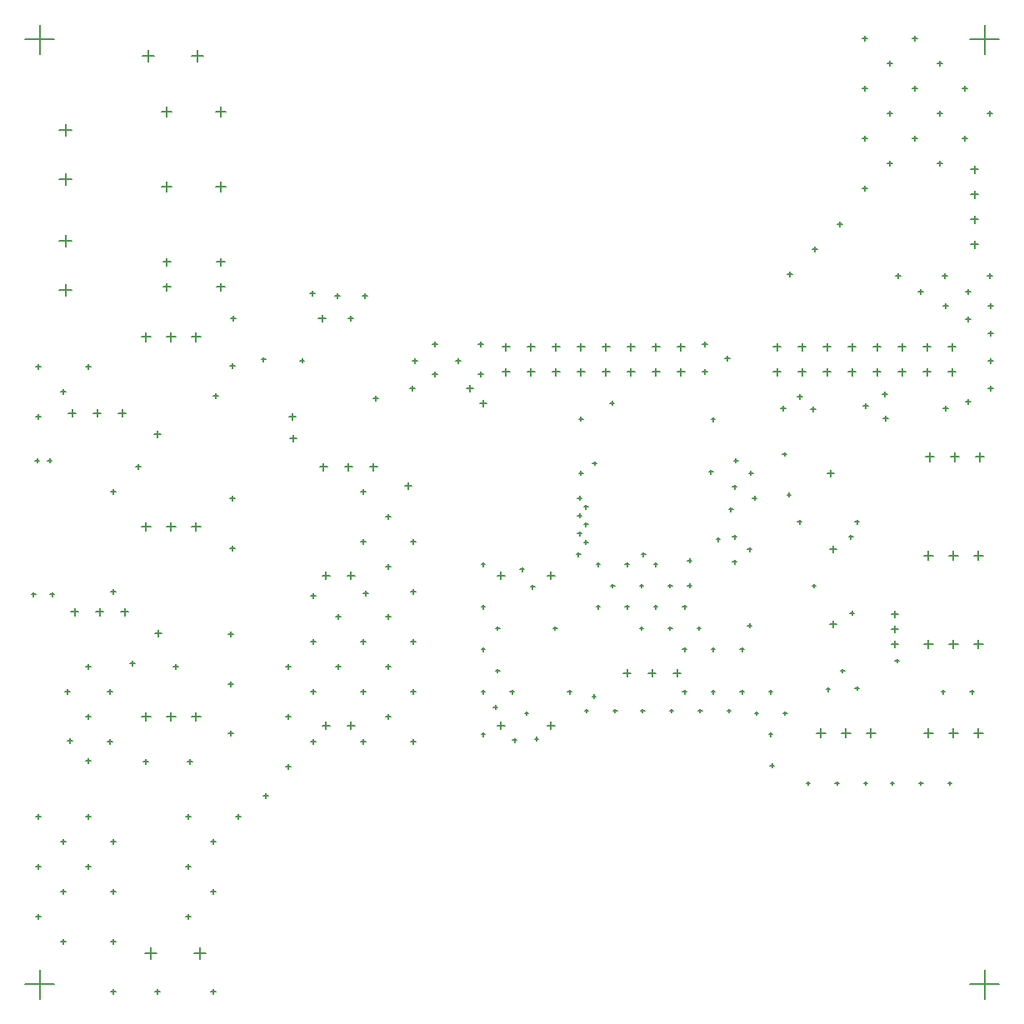
<source format=gbr>
G04 Layer_Color=128*
%FSLAX26Y26*%
%MOIN*%
%TF.FileFunction,Drillmap*%
%TF.Part,Single*%
G01*
G75*
%TA.AperFunction,NonConductor*%
%ADD48C,0.005000*%
D48*
X-59055Y0D02*
X59055D01*
X0Y-59055D02*
Y59055D01*
X3720471Y0D02*
X3838581D01*
X3779526Y-59055D02*
Y59055D01*
X3720471Y3779528D02*
X3838581D01*
X3779526Y3720473D02*
Y3838583D01*
X-59055Y3779528D02*
X59055D01*
X0Y3720473D02*
Y3838583D01*
X420825Y125000D02*
X468069D01*
X444447Y101378D02*
Y148622D01*
X617675Y125000D02*
X664919D01*
X641297Y101378D02*
Y148622D01*
X606931Y3715000D02*
X654175D01*
X630553Y3691378D02*
Y3738622D01*
X410081Y3715000D02*
X457325D01*
X433703Y3691378D02*
Y3738622D01*
X79043Y3221575D02*
X126287D01*
X102665Y3197953D02*
Y3245197D01*
X79043Y3418425D02*
X126287D01*
X102665Y3394803D02*
Y3442047D01*
X79043Y2776575D02*
X126287D01*
X102665Y2752953D02*
Y2800197D01*
X79043Y2973425D02*
X126287D01*
X102665Y2949803D02*
Y2997047D01*
X607285Y2590000D02*
X642718D01*
X625002Y2572284D02*
Y2607716D01*
X507285Y2590000D02*
X542718D01*
X525002Y2572284D02*
Y2607716D01*
X407285Y2590000D02*
X442718D01*
X425002Y2572284D02*
Y2607716D01*
X607285Y1830500D02*
X642718D01*
X625002Y1812784D02*
Y1848216D01*
X507285Y1830500D02*
X542718D01*
X525002Y1812784D02*
Y1848216D01*
X407285Y1830500D02*
X442718D01*
X425002Y1812784D02*
Y1848216D01*
X607285Y1071000D02*
X642718D01*
X625002Y1053284D02*
Y1088716D01*
X507285Y1071000D02*
X542718D01*
X525002Y1053284D02*
Y1088716D01*
X407285Y1071000D02*
X442718D01*
X425002Y1053284D02*
Y1088716D01*
X3743285Y2110000D02*
X3778718D01*
X3761001Y2092284D02*
Y2127716D01*
X3643285Y2110000D02*
X3678718D01*
X3661001Y2092284D02*
Y2127716D01*
X3543285Y2110000D02*
X3578718D01*
X3561001Y2092284D02*
Y2127716D01*
X3537279Y1715000D02*
X3572712D01*
X3554996Y1697284D02*
Y1732716D01*
X3637279Y1715000D02*
X3672712D01*
X3654996Y1697284D02*
Y1732716D01*
X3737279Y1715000D02*
X3772712D01*
X3754996Y1697284D02*
Y1732716D01*
X3307285Y1005000D02*
X3342718D01*
X3325001Y987283D02*
Y1022716D01*
X3207285Y1005000D02*
X3242718D01*
X3225001Y987283D02*
Y1022716D01*
X3107285Y1005000D02*
X3142718D01*
X3125001Y987283D02*
Y1022716D01*
X3737282Y1005000D02*
X3772715D01*
X3754999Y987284D02*
Y1022716D01*
X3637282Y1005000D02*
X3672715D01*
X3654999Y987284D02*
Y1022716D01*
X3537282Y1005000D02*
X3572715D01*
X3554999Y987284D02*
Y1022716D01*
X3737282Y1360413D02*
X3772715D01*
X3754999Y1342696D02*
Y1378129D01*
X3637282Y1360413D02*
X3672715D01*
X3654999Y1342696D02*
Y1378129D01*
X3537282Y1360413D02*
X3572715D01*
X3554999Y1342696D02*
Y1378129D01*
X2050000Y2550000D02*
X2080000D01*
X2065000Y2535000D02*
Y2565000D01*
X1950000Y2550000D02*
X1980000D01*
X1965000Y2535000D02*
Y2565000D01*
X2550000Y2550000D02*
X2580000D01*
X2565000Y2535000D02*
Y2565000D01*
X2450000Y2550000D02*
X2480000D01*
X2465000Y2535000D02*
Y2565000D01*
X2350000Y2550000D02*
X2380000D01*
X2365000Y2535000D02*
Y2565000D01*
X2250000Y2550000D02*
X2280000D01*
X2265000Y2535000D02*
Y2565000D01*
X2150000Y2550000D02*
X2180000D01*
X2165000Y2535000D02*
Y2565000D01*
X1850000Y2550000D02*
X1880000D01*
X1865000Y2535000D02*
Y2565000D01*
X2050000Y2450000D02*
X2080000D01*
X2065000Y2435000D02*
Y2465000D01*
X1950000Y2450000D02*
X1980000D01*
X1965000Y2435000D02*
Y2465000D01*
X2550000Y2450000D02*
X2580000D01*
X2565000Y2435000D02*
Y2465000D01*
X2450000Y2450000D02*
X2480000D01*
X2465000Y2435000D02*
Y2465000D01*
X2350000Y2450000D02*
X2380000D01*
X2365000Y2435000D02*
Y2465000D01*
X2250000Y2450000D02*
X2280000D01*
X2265000Y2435000D02*
Y2465000D01*
X2150000Y2450000D02*
X2180000D01*
X2165000Y2435000D02*
Y2465000D01*
X1850000Y2450000D02*
X1880000D01*
X1865000Y2435000D02*
Y2465000D01*
X3135000Y2450000D02*
X3165000D01*
X3150000Y2435000D02*
Y2465000D01*
X3035000Y2450000D02*
X3065000D01*
X3050000Y2435000D02*
Y2465000D01*
X3635000Y2450000D02*
X3665000D01*
X3650000Y2435000D02*
Y2465000D01*
X3535000Y2450000D02*
X3565000D01*
X3550000Y2435000D02*
Y2465000D01*
X3435000Y2450000D02*
X3465000D01*
X3450000Y2435000D02*
Y2465000D01*
X3335000Y2450000D02*
X3365000D01*
X3350000Y2435000D02*
Y2465000D01*
X3235000Y2450000D02*
X3265000D01*
X3250000Y2435000D02*
Y2465000D01*
X2935000Y2450000D02*
X2965000D01*
X2950000Y2435000D02*
Y2465000D01*
X3725000Y2960000D02*
X3755000D01*
X3740000Y2945000D02*
Y2975000D01*
X3725000Y3060000D02*
X3755000D01*
X3740000Y3045000D02*
Y3075000D01*
X3725000Y3160000D02*
X3755000D01*
X3740000Y3145000D02*
Y3175000D01*
X3725000Y3260000D02*
X3755000D01*
X3740000Y3245000D02*
Y3275000D01*
X3135000Y2550000D02*
X3165000D01*
X3150000Y2535000D02*
Y2565000D01*
X3035000Y2550000D02*
X3065000D01*
X3050000Y2535000D02*
Y2565000D01*
X3635000Y2550000D02*
X3665000D01*
X3650000Y2535000D02*
Y2565000D01*
X3535000Y2550000D02*
X3565000D01*
X3550000Y2535000D02*
Y2565000D01*
X3435000Y2550000D02*
X3465000D01*
X3450000Y2535000D02*
Y2565000D01*
X3335000Y2550000D02*
X3365000D01*
X3350000Y2535000D02*
Y2565000D01*
X3235000Y2550000D02*
X3265000D01*
X3250000Y2535000D02*
Y2565000D01*
X2935000Y2550000D02*
X2965000D01*
X2950000Y2535000D02*
Y2565000D01*
X1229252Y1635000D02*
X1260748D01*
X1245000Y1619252D02*
Y1650748D01*
X1829252Y1635000D02*
X1860748D01*
X1845000Y1619252D02*
Y1650748D01*
X2029252Y1635000D02*
X2060748D01*
X2045000Y1619252D02*
Y1650748D01*
X1129252Y1635000D02*
X1160748D01*
X1145000Y1619252D02*
Y1650748D01*
X2029252Y1035000D02*
X2060748D01*
X2045000Y1019252D02*
Y1050748D01*
X1829252Y1035000D02*
X1860748D01*
X1845000Y1019252D02*
Y1050748D01*
X1229252Y1035000D02*
X1260748D01*
X1245000Y1019252D02*
Y1050748D01*
X1129252Y1035000D02*
X1160748D01*
X1145000Y1019252D02*
Y1050748D01*
X115000Y2285000D02*
X145000D01*
X130000Y2270000D02*
Y2300000D01*
X215000Y2285000D02*
X245000D01*
X230000Y2270000D02*
Y2300000D01*
X315000Y2285000D02*
X345000D01*
X330000Y2270000D02*
Y2300000D01*
X2335000Y1245000D02*
X2365000D01*
X2350000Y1230000D02*
Y1260000D01*
X2435000Y1245000D02*
X2465000D01*
X2450000Y1230000D02*
Y1260000D01*
X2535000Y1245000D02*
X2565000D01*
X2550000Y1230000D02*
Y1260000D01*
X124843Y1490000D02*
X154843D01*
X139843Y1475000D02*
Y1505000D01*
X224843Y1490000D02*
X254843D01*
X239843Y1475000D02*
Y1505000D01*
X324842Y1490000D02*
X354842D01*
X339842Y1475000D02*
Y1505000D01*
X1120000Y2070000D02*
X1150000D01*
X1135000Y2055000D02*
Y2085000D01*
X1220000Y2070000D02*
X1250000D01*
X1235000Y2055000D02*
Y2085000D01*
X1320000Y2070000D02*
X1350000D01*
X1335000Y2055000D02*
Y2085000D01*
X493039Y2790000D02*
X524535D01*
X508787Y2774252D02*
Y2805748D01*
X493039Y2890000D02*
X524535D01*
X508787Y2874252D02*
Y2905748D01*
X489102Y3190000D02*
X528472D01*
X508787Y3170315D02*
Y3209685D01*
X489102Y3490000D02*
X528472D01*
X508787Y3470315D02*
Y3509685D01*
X708039Y2790000D02*
X739535D01*
X723787Y2774252D02*
Y2805748D01*
X708039Y2890000D02*
X739535D01*
X723787Y2874252D02*
Y2905748D01*
X704102Y3190000D02*
X743472D01*
X723787Y3170315D02*
Y3209685D01*
X704102Y3490000D02*
X743472D01*
X723787Y3470315D02*
Y3509685D01*
X1041811Y2495000D02*
X1057559D01*
X1049685Y2487126D02*
Y2502874D01*
X886811Y2500000D02*
X902559D01*
X894685Y2492126D02*
Y2507874D01*
X42126Y1560000D02*
X57874D01*
X50000Y1552126D02*
Y1567874D01*
X-32874Y1560000D02*
X-17126D01*
X-25000Y1552126D02*
Y1567874D01*
X32126Y2095000D02*
X47874D01*
X40000Y2087126D02*
Y2102874D01*
X-17874Y2095000D02*
X-2126D01*
X-10000Y2087126D02*
Y2102874D01*
X996000Y2270000D02*
X1024000D01*
X1010000Y2256000D02*
Y2284000D01*
X1115685Y2665000D02*
X1143685D01*
X1129685Y2651000D02*
Y2679000D01*
X456000Y2199882D02*
X484000D01*
X470000Y2185882D02*
Y2213882D01*
X461000Y1405000D02*
X489000D01*
X475000Y1391000D02*
Y1419000D01*
X3406000Y1360000D02*
X3434000D01*
X3420000Y1346000D02*
Y1374000D01*
X3406000Y1480000D02*
X3434000D01*
X3420000Y1466000D02*
Y1494000D01*
X3151000Y2045000D02*
X3179000D01*
X3165000Y2031000D02*
Y2059000D01*
X3161000Y1740000D02*
X3189000D01*
X3175000Y1726000D02*
Y1754000D01*
X3237126Y1790000D02*
X3252874D01*
X3245000Y1782126D02*
Y1797874D01*
X3242126Y1485000D02*
X3257874D01*
X3250000Y1477126D02*
Y1492874D01*
X3161000Y1440000D02*
X3189000D01*
X3175000Y1426000D02*
Y1454000D01*
X2152126Y1945000D02*
X2167874D01*
X2160000Y1937126D02*
Y1952874D01*
X2152126Y1875000D02*
X2167874D01*
X2160000Y1867126D02*
Y1882874D01*
X2177126Y1910000D02*
X2192874D01*
X2185000Y1902126D02*
Y1917874D01*
X2177126Y1840000D02*
X2192874D01*
X2185000Y1832126D02*
Y1847874D01*
X2152126Y1803579D02*
X2167874D01*
X2160000Y1795705D02*
Y1811453D01*
X2177126Y1768224D02*
X2192874D01*
X2185000Y1760350D02*
Y1776098D01*
X2852126Y1945000D02*
X2867874D01*
X2860000Y1937126D02*
Y1952874D01*
X2757126Y1899645D02*
X2772874D01*
X2765000Y1891771D02*
Y1907519D01*
X2772126Y1990000D02*
X2787874D01*
X2780000Y1982126D02*
Y1997874D01*
X2777126Y2095000D02*
X2792874D01*
X2785000Y2087126D02*
Y2102874D01*
X2772126Y1790000D02*
X2787874D01*
X2780000Y1782126D02*
Y1797874D01*
X2772126Y1690000D02*
X2787874D01*
X2780000Y1682126D02*
Y1697874D01*
X2592126Y1695000D02*
X2607874D01*
X2600000Y1687126D02*
Y1702874D01*
X2592126Y1595000D02*
X2607874D01*
X2600000Y1587126D02*
Y1602874D01*
X2832126Y1435000D02*
X2847874D01*
X2840000Y1427126D02*
Y1442874D01*
X2832126Y1740000D02*
X2847874D01*
X2840000Y1732126D02*
Y1747874D01*
X2837126Y2045000D02*
X2852874D01*
X2845000Y2037126D02*
Y2052874D01*
X2922126Y875000D02*
X2937874D01*
X2930000Y867126D02*
Y882874D01*
X2157126Y2045000D02*
X2172874D01*
X2165000Y2037126D02*
Y2052874D01*
X2677126Y2050000D02*
X2692874D01*
X2685000Y2042126D02*
Y2057874D01*
X2407126Y1720000D02*
X2422874D01*
X2415000Y1712126D02*
Y1727874D01*
X2147126Y1720000D02*
X2162874D01*
X2155000Y1712126D02*
Y1727874D01*
X2282126Y2325000D02*
X2297874D01*
X2290000Y2317126D02*
Y2332874D01*
X2157126Y2261535D02*
X2172874D01*
X2165000Y2253661D02*
Y2269409D01*
X1706000Y2385000D02*
X1734000D01*
X1720000Y2371000D02*
Y2399000D01*
X1761000Y2325000D02*
X1789000D01*
X1775000Y2311000D02*
Y2339000D01*
X1001000Y2185000D02*
X1029000D01*
X1015000Y2171000D02*
Y2199000D01*
X1461000Y1995000D02*
X1489000D01*
X1475000Y1981000D02*
Y2009000D01*
X3290000Y3585000D02*
X3310000D01*
X3300000Y3575000D02*
Y3595000D01*
X3390000Y3485000D02*
X3410000D01*
X3400000Y3475000D02*
Y3495000D01*
X3490000Y3585000D02*
X3510000D01*
X3500000Y3575000D02*
Y3595000D01*
X3590000Y3485000D02*
X3610000D01*
X3600000Y3475000D02*
Y3495000D01*
X3390000Y3685000D02*
X3410000D01*
X3400000Y3675000D02*
Y3695000D01*
X3590000Y3685000D02*
X3610000D01*
X3600000Y3675000D02*
Y3695000D01*
X3490000Y3785000D02*
X3510000D01*
X3500000Y3775000D02*
Y3795000D01*
X3290000Y3785000D02*
X3310000D01*
X3300000Y3775000D02*
Y3795000D01*
X3690000Y3585000D02*
X3710000D01*
X3700000Y3575000D02*
Y3595000D01*
X3290000Y3385000D02*
X3310000D01*
X3300000Y3375000D02*
Y3395000D01*
X3490000Y3385000D02*
X3510000D01*
X3500000Y3375000D02*
Y3395000D01*
X3690000Y3385000D02*
X3710000D01*
X3700000Y3375000D02*
Y3395000D01*
X3790000Y3485000D02*
X3810000D01*
X3800000Y3475000D02*
Y3495000D01*
X3590000Y3285000D02*
X3610000D01*
X3600000Y3275000D02*
Y3295000D01*
X3390000Y3285000D02*
X3410000D01*
X3400000Y3275000D02*
Y3295000D01*
X3290000Y3185000D02*
X3310000D01*
X3300000Y3175000D02*
Y3195000D01*
X3190000Y3040000D02*
X3210000D01*
X3200000Y3030000D02*
Y3050000D01*
X2990000Y2840000D02*
X3010000D01*
X3000000Y2830000D02*
Y2850000D01*
X3090000Y2940000D02*
X3110000D01*
X3100000Y2930000D02*
Y2950000D01*
X3705000Y2770000D02*
X3725000D01*
X3715000Y2760000D02*
Y2780000D01*
X3790000Y2835000D02*
X3810000D01*
X3800000Y2825000D02*
Y2845000D01*
X3610000Y2835000D02*
X3630000D01*
X3620000Y2825000D02*
Y2845000D01*
X3615000Y2715000D02*
X3635000D01*
X3625000Y2705000D02*
Y2725000D01*
X3515000Y2770000D02*
X3535000D01*
X3525000Y2760000D02*
Y2780000D01*
X3425000Y2835000D02*
X3445000D01*
X3435000Y2825000D02*
Y2845000D01*
X3795000Y2715000D02*
X3815000D01*
X3805000Y2705000D02*
Y2725000D01*
X3705000Y2660000D02*
X3725000D01*
X3715000Y2650000D02*
Y2670000D01*
X3795000Y2605000D02*
X3815000D01*
X3805000Y2595000D02*
Y2615000D01*
X3795000Y2495000D02*
X3815000D01*
X3805000Y2485000D02*
Y2505000D01*
X3795000Y2385000D02*
X3815000D01*
X3805000Y2375000D02*
Y2395000D01*
X3705000Y2330000D02*
X3725000D01*
X3715000Y2320000D02*
Y2340000D01*
X3615000Y2305000D02*
X3635000D01*
X3625000Y2295000D02*
Y2315000D01*
X3370000Y2360000D02*
X3390000D01*
X3380000Y2350000D02*
Y2370000D01*
X3295000Y2315000D02*
X3315000D01*
X3305000Y2305000D02*
Y2325000D01*
X3375000Y2265000D02*
X3395000D01*
X3385000Y2255000D02*
Y2275000D01*
X2965000Y2305000D02*
X2985000D01*
X2975000Y2295000D02*
Y2315000D01*
X3030000Y2350000D02*
X3050000D01*
X3040000Y2340000D02*
Y2360000D01*
X3085000Y2300000D02*
X3105000D01*
X3095000Y2290000D02*
Y2310000D01*
X2687500Y2260000D02*
X2702500D01*
X2695000Y2252500D02*
Y2267500D01*
X2650000Y2450000D02*
X2670000D01*
X2660000Y2440000D02*
Y2460000D01*
X2650000Y2560000D02*
X2670000D01*
X2660000Y2550000D02*
Y2570000D01*
X2740000Y2505000D02*
X2760000D01*
X2750000Y2495000D02*
Y2515000D01*
X1755000Y2440000D02*
X1775000D01*
X1765000Y2430000D02*
Y2450000D01*
X1570000Y2440000D02*
X1590000D01*
X1580000Y2430000D02*
Y2450000D01*
X1570000Y2560000D02*
X1590000D01*
X1580000Y2550000D02*
Y2570000D01*
X1755000Y2560000D02*
X1775000D01*
X1765000Y2550000D02*
Y2570000D01*
X1665000Y2495000D02*
X1685000D01*
X1675000Y2485000D02*
Y2505000D01*
X1480000Y2385000D02*
X1500000D01*
X1490000Y2375000D02*
Y2395000D01*
Y2495000D02*
X1510000D01*
X1500000Y2485000D02*
Y2505000D01*
X1335000Y2345000D02*
X1355000D01*
X1345000Y2335000D02*
Y2355000D01*
X1290000Y2755000D02*
X1310000D01*
X1300000Y2745000D02*
Y2765000D01*
X1235000Y2665000D02*
X1255000D01*
X1245000Y2655000D02*
Y2675000D01*
X1180000Y2755000D02*
X1200000D01*
X1190000Y2745000D02*
Y2765000D01*
X1080000D02*
X1100000D01*
X1090000Y2755000D02*
Y2775000D01*
X1485000Y970000D02*
X1505000D01*
X1495000Y960000D02*
Y980000D01*
X1285000Y970000D02*
X1305000D01*
X1295000Y960000D02*
Y980000D01*
X1085000Y970000D02*
X1105000D01*
X1095000Y960000D02*
Y980000D01*
X1485000Y1170000D02*
X1505000D01*
X1495000Y1160000D02*
Y1180000D01*
X1085000Y1370000D02*
X1105000D01*
X1095000Y1360000D02*
Y1380000D01*
X1285000Y1370000D02*
X1305000D01*
X1295000Y1360000D02*
Y1380000D01*
X1385000Y1270000D02*
X1405000D01*
X1395000Y1260000D02*
Y1280000D01*
X1185000Y1270000D02*
X1205000D01*
X1195000Y1260000D02*
Y1280000D01*
X1385000Y1070000D02*
X1405000D01*
X1395000Y1060000D02*
Y1080000D01*
X1285000Y1170000D02*
X1305000D01*
X1295000Y1160000D02*
Y1180000D01*
X1085000Y1170000D02*
X1105000D01*
X1095000Y1160000D02*
Y1180000D01*
X1485000Y1370000D02*
X1505000D01*
X1495000Y1360000D02*
Y1380000D01*
X1385000Y1470000D02*
X1405000D01*
X1395000Y1460000D02*
Y1480000D01*
X1485000Y1570000D02*
X1505000D01*
X1495000Y1560000D02*
Y1580000D01*
X1185000Y1470000D02*
X1205000D01*
X1195000Y1460000D02*
Y1480000D01*
X1385000Y1670000D02*
X1405000D01*
X1395000Y1660000D02*
Y1680000D01*
X1485000Y1770000D02*
X1505000D01*
X1495000Y1760000D02*
Y1780000D01*
X1285000Y1770000D02*
X1305000D01*
X1295000Y1760000D02*
Y1780000D01*
X1385000Y1870000D02*
X1405000D01*
X1395000Y1860000D02*
Y1880000D01*
X1285000Y1970000D02*
X1305000D01*
X1295000Y1960000D02*
Y1980000D01*
X985000Y1270000D02*
X1005000D01*
X995000Y1260000D02*
Y1280000D01*
X985000Y1070000D02*
X1005000D01*
X995000Y1060000D02*
Y1080000D01*
X985000Y870000D02*
X1005000D01*
X995000Y860000D02*
Y880000D01*
X895000Y755000D02*
X915000D01*
X905000Y745000D02*
Y765000D01*
X785000Y670000D02*
X805000D01*
X795000Y660000D02*
Y680000D01*
X685000Y570000D02*
X705000D01*
X695000Y560000D02*
Y580000D01*
X585000Y470000D02*
X605000D01*
X595000Y460000D02*
Y480000D01*
X685000Y370000D02*
X705000D01*
X695000Y360000D02*
Y380000D01*
X585000Y670000D02*
X605000D01*
X595000Y660000D02*
Y680000D01*
X585000Y270000D02*
X605000D01*
X595000Y260000D02*
Y280000D01*
X685000Y-30000D02*
X705000D01*
X695000Y-40000D02*
Y-20000D01*
X285000Y570000D02*
X305000D01*
X295000Y560000D02*
Y580000D01*
X285000Y370000D02*
X305000D01*
X295000Y360000D02*
Y380000D01*
X-15000Y470000D02*
X5000D01*
X-5000Y460000D02*
Y480000D01*
X-15000Y270000D02*
X5000D01*
X-5000Y260000D02*
Y280000D01*
X85000Y370000D02*
X105000D01*
X95000Y360000D02*
Y380000D01*
X285000Y170000D02*
X305000D01*
X295000Y160000D02*
Y180000D01*
X285000Y-30000D02*
X305000D01*
X295000Y-40000D02*
Y-20000D01*
X185000Y470000D02*
X205000D01*
X195000Y460000D02*
Y480000D01*
X185000Y670000D02*
X205000D01*
X195000Y660000D02*
Y680000D01*
X85000Y570000D02*
X105000D01*
X95000Y560000D02*
Y580000D01*
X85000Y170000D02*
X105000D01*
X95000Y160000D02*
Y180000D01*
X-15000Y670000D02*
X5000D01*
X-5000Y660000D02*
Y680000D01*
X185000Y895000D02*
X205000D01*
X195000Y885000D02*
Y905000D01*
X185000Y1070000D02*
X205000D01*
X195000Y1060000D02*
Y1080000D01*
X270000Y970000D02*
X290000D01*
X280000Y960000D02*
Y980000D01*
X185000Y1270000D02*
X205000D01*
X195000Y1260000D02*
Y1280000D01*
X270000Y1170000D02*
X290000D01*
X280000Y1160000D02*
Y1180000D01*
X110000Y975000D02*
X130000D01*
X120000Y965000D02*
Y985000D01*
X100000Y1170000D02*
X120000D01*
X110000Y1160000D02*
Y1180000D01*
X415000Y890000D02*
X435000D01*
X425000Y880000D02*
Y900000D01*
X590000Y890000D02*
X610000D01*
X600000Y880000D02*
Y900000D01*
X755353Y1002696D02*
X775353D01*
X765353Y992696D02*
Y1012696D01*
X755353Y1200527D02*
X775353D01*
X765353Y1190527D02*
Y1210527D01*
X755353Y1400527D02*
X775353D01*
X765353Y1390527D02*
Y1410527D01*
X285000Y1570000D02*
X305000D01*
X295000Y1560000D02*
Y1580000D01*
X285000Y1970000D02*
X305000D01*
X295000Y1960000D02*
Y1980000D01*
X385000Y2070000D02*
X405000D01*
X395000Y2060000D02*
Y2080000D01*
X-15000Y2470000D02*
X5000D01*
X-5000Y2460000D02*
Y2480000D01*
X85000Y2370000D02*
X105000D01*
X95000Y2360000D02*
Y2380000D01*
X185000Y2470000D02*
X205000D01*
X195000Y2460000D02*
Y2480000D01*
X-15000Y2270000D02*
X5000D01*
X-5000Y2260000D02*
Y2280000D01*
X765000Y2665000D02*
X785000D01*
X775000Y2655000D02*
Y2675000D01*
X760000Y2475000D02*
X780000D01*
X770000Y2465000D02*
Y2485000D01*
X695000Y2355000D02*
X715000D01*
X705000Y2345000D02*
Y2365000D01*
X360000Y1285000D02*
X380000D01*
X370000Y1275000D02*
Y1295000D01*
X535000Y1270000D02*
X555000D01*
X545000Y1260000D02*
Y1280000D01*
X460000Y-30000D02*
X480000D01*
X470000Y-40000D02*
Y-20000D01*
X1085000Y1555000D02*
X1105000D01*
X1095000Y1545000D02*
Y1565000D01*
X1295000D02*
X1315000D01*
X1305000Y1555000D02*
Y1575000D01*
X3406000Y1420000D02*
X3434000D01*
X3420000Y1406000D02*
Y1434000D01*
X1922500Y1660000D02*
X1937500D01*
X1930000Y1652500D02*
Y1667500D01*
X1767500Y1680000D02*
X1782500D01*
X1775000Y1672500D02*
Y1687500D01*
X1964495Y1590000D02*
X1979495D01*
X1971995Y1582500D02*
Y1597500D01*
X2572500Y1340000D02*
X2587500D01*
X2580000Y1332500D02*
Y1347500D01*
X2515000Y1425000D02*
X2530000D01*
X2522500Y1417500D02*
Y1432500D01*
X2687500Y1340000D02*
X2702500D01*
X2695000Y1332500D02*
Y1347500D01*
X2802500Y1340000D02*
X2817500D01*
X2810000Y1332500D02*
Y1347500D01*
X2400000Y1425000D02*
X2415000D01*
X2407500Y1417500D02*
Y1432500D01*
X2055000Y1425000D02*
X2070000D01*
X2062500Y1417500D02*
Y1432500D01*
X1825000Y1425000D02*
X1840000D01*
X1832500Y1417500D02*
Y1432500D01*
X1767500Y1340000D02*
X1782500D01*
X1775000Y1332500D02*
Y1347500D01*
X1767500Y1510000D02*
X1782500D01*
X1775000Y1502500D02*
Y1517500D01*
X2227500Y1510000D02*
X2242500D01*
X2235000Y1502500D02*
Y1517500D01*
X2342500Y1510000D02*
X2357500D01*
X2350000Y1502500D02*
Y1517500D01*
X2457500Y1510000D02*
X2472500D01*
X2465000Y1502500D02*
Y1517500D01*
X2285000Y1595000D02*
X2300000D01*
X2292500Y1587500D02*
Y1602500D01*
X2400000Y1595000D02*
X2415000D01*
X2407500Y1587500D02*
Y1602500D01*
X2227500Y1680000D02*
X2242500D01*
X2235000Y1672500D02*
Y1687500D01*
X2342500Y1680000D02*
X2357500D01*
X2350000Y1672500D02*
Y1687500D01*
X2457500Y1680000D02*
X2472500D01*
X2465000Y1672500D02*
Y1687500D01*
X2630000Y1425000D02*
X2645000D01*
X2637500Y1417500D02*
Y1432500D01*
X2572500Y1510000D02*
X2587500D01*
X2580000Y1502500D02*
Y1517500D01*
X2515000Y1595000D02*
X2530000D01*
X2522500Y1587500D02*
Y1602500D01*
X2707500Y1780000D02*
X2722500D01*
X2715000Y1772500D02*
Y1787500D01*
X2212500Y2085000D02*
X2227500D01*
X2220000Y2077500D02*
Y2092500D01*
X2990689Y1958976D02*
X3005689D01*
X2998189Y1951476D02*
Y1966476D01*
X3032500Y1850000D02*
X3047500D01*
X3040000Y1842500D02*
Y1857500D01*
X3262500Y1850000D02*
X3277500D01*
X3270000Y1842500D02*
Y1857500D01*
X3090000Y1595000D02*
X3105000D01*
X3097500Y1587500D02*
Y1602500D01*
X2917500Y1000000D02*
X2932500D01*
X2925000Y992500D02*
Y1007500D01*
X3402745Y804054D02*
X3417745D01*
X3410245Y796554D02*
Y811554D01*
X3517745Y804054D02*
X3532745D01*
X3525245Y796554D02*
Y811554D01*
X3722500Y1170000D02*
X3737500D01*
X3730000Y1162500D02*
Y1177500D01*
X3607500Y1170000D02*
X3622500D01*
X3615000Y1162500D02*
Y1177500D01*
X3422500Y1295000D02*
X3437500D01*
X3430000Y1287500D02*
Y1302500D01*
X3205000Y1255000D02*
X3220000D01*
X3212500Y1247500D02*
Y1262500D01*
X3262500Y1185000D02*
X3277500D01*
X3270000Y1177500D02*
Y1192500D01*
X2860000Y1085000D02*
X2875000D01*
X2867500Y1077500D02*
Y1092500D01*
X2917500Y1170000D02*
X2932500D01*
X2925000Y1162500D02*
Y1177500D01*
X2975000Y1085000D02*
X2990000D01*
X2982500Y1077500D02*
Y1092500D01*
X3147500Y1180000D02*
X3162500D01*
X3155000Y1172500D02*
Y1187500D01*
X2112500Y1170000D02*
X2127500D01*
X2120000Y1162500D02*
Y1177500D01*
X2520000Y1095000D02*
X2535000D01*
X2527500Y1087500D02*
Y1102500D01*
X2405000Y1095000D02*
X2420000D01*
X2412500Y1087500D02*
Y1102500D01*
X2295000Y1095000D02*
X2310000D01*
X2302500Y1087500D02*
Y1102500D01*
X2180000Y1095000D02*
X2195000D01*
X2187500Y1087500D02*
Y1102500D01*
X1940000Y1085000D02*
X1955000D01*
X1947500Y1077500D02*
Y1092500D01*
X1882500Y1170000D02*
X1897500D01*
X1890000Y1162500D02*
Y1177500D01*
X1825000Y1255000D02*
X1840000D01*
X1832500Y1247500D02*
Y1262500D01*
X1815245Y1108550D02*
X1830245D01*
X1822745Y1101050D02*
Y1116050D01*
X1767500Y1170000D02*
X1782500D01*
X1775000Y1162500D02*
Y1177500D01*
X2209476Y1151976D02*
X2224476D01*
X2216976Y1144476D02*
Y1159476D01*
X2635000Y1095000D02*
X2650000D01*
X2642500Y1087500D02*
Y1102500D01*
X2750000Y1095000D02*
X2765000D01*
X2757500Y1087500D02*
Y1102500D01*
X2572500Y1170000D02*
X2587500D01*
X2580000Y1162500D02*
Y1177500D01*
X2687500Y1170000D02*
X2702500D01*
X2695000Y1162500D02*
Y1177500D01*
X2802500Y1170000D02*
X2817500D01*
X2810000Y1162500D02*
Y1177500D01*
X1979476Y981976D02*
X1994476D01*
X1986976Y974476D02*
Y989476D01*
X1767500Y1000000D02*
X1782500D01*
X1775000Y992500D02*
Y1007500D01*
X1892255Y976451D02*
X1907255D01*
X1899755Y968951D02*
Y983951D01*
X2972500Y2120394D02*
X2987500D01*
X2980000Y2112894D02*
Y2127894D01*
X3297500Y805000D02*
X3312500D01*
X3305000Y797500D02*
Y812500D01*
X3182500Y805000D02*
X3197500D01*
X3190000Y797500D02*
Y812500D01*
X3067500Y805000D02*
X3082500D01*
X3075000Y797500D02*
Y812500D01*
X3632745Y804054D02*
X3647745D01*
X3640245Y796554D02*
Y811554D01*
X760000Y1745000D02*
X780000D01*
X770000Y1735000D02*
Y1755000D01*
X760000Y1945000D02*
X780000D01*
X770000Y1935000D02*
Y1955000D01*
%TF.MD5,9a75b0d94c7d06b1c2be43b5c0aaa935*%
M02*

</source>
